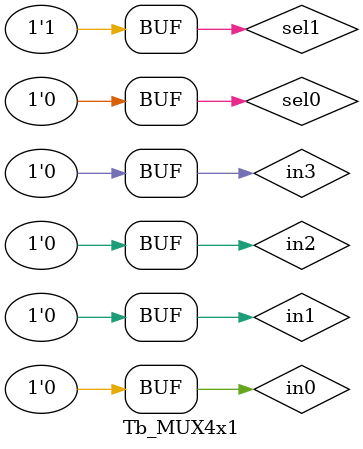
<source format=v>
`timescale 1ns / 1ps


module Tb_MUX4x1();
    reg sel0;
    reg sel1;
    reg in0;
    reg in1;
    reg in2;
    reg in3;
    
    wire out;
    
    Multiplexer_4x1 sim(.out(out), .sel0(sel0), .sel(sel1), .in0(in0), .in1(in1), .in2(in2), .in3(in3));
    
    initial
    begin
        sel0 = 0;
        sel1 = 1;
        in0 = 0;
        in1 = 0;
        in2 = 0;
        in3 = 0;
    end
    
    initial
    begin
        #100 sel0=$urandom%2; sel1=$urandom%2; in0=$urandom%2; in1=$urandom%2; in2=$urandom%2; in3=$urandom%2;
        #100 sel0=$urandom%2; sel1=$urandom%2; in0=$urandom%2; in1=$urandom%2; in2=$urandom%2; in3=$urandom%2;
        #100 sel0=$urandom%2; sel1=$urandom%2; in0=$urandom%2; in1=$urandom%2; in2=$urandom%2; in3=$urandom%2;
        #100 sel0=$urandom%2; sel1=$urandom%2; in0=$urandom%2; in1=$urandom%2; in2=$urandom%2; in3=$urandom%2;
        #100 sel0=$urandom%2; sel1=$urandom%2; in0=$urandom%2; in1=$urandom%2; in2=$urandom%2; in3=$urandom%2;
        #100 sel0=$urandom%2; sel1=$urandom%2; in0=$urandom%2; in1=$urandom%2; in2=$urandom%2; in3=$urandom%2;
        #100 sel0=$urandom%2; sel1=$urandom%2; in0=$urandom%2; in1=$urandom%2; in2=$urandom%2; in3=$urandom%2;
        #100 sel0=$urandom%2; sel1=$urandom%2; in0=$urandom%2; in1=$urandom%2; in2=$urandom%2; in3=$urandom%2;
    end
endmodule
</source>
